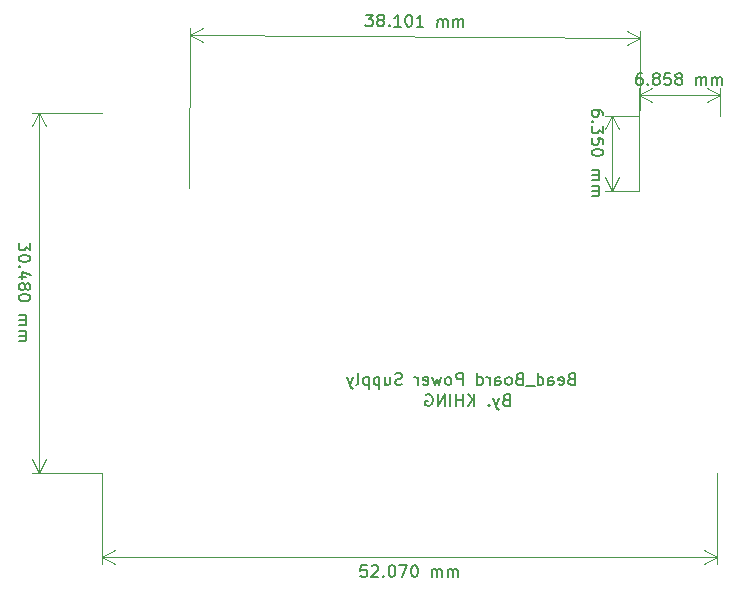
<source format=gbo>
%TF.GenerationSoftware,KiCad,Pcbnew,(5.1.8)-1*%
%TF.CreationDate,2021-01-27T01:42:37+07:00*%
%TF.ProjectId,BD_power_supply,42445f70-6f77-4657-925f-737570706c79,1.0*%
%TF.SameCoordinates,Original*%
%TF.FileFunction,Legend,Bot*%
%TF.FilePolarity,Positive*%
%FSLAX46Y46*%
G04 Gerber Fmt 4.6, Leading zero omitted, Abs format (unit mm)*
G04 Created by KiCad (PCBNEW (5.1.8)-1) date 2021-01-27 01:42:37*
%MOMM*%
%LPD*%
G01*
G04 APERTURE LIST*
%ADD10C,0.150000*%
%ADD11C,0.120000*%
G04 APERTURE END LIST*
D10*
X138239952Y-120102379D02*
X137763761Y-120102379D01*
X137716142Y-120578570D01*
X137763761Y-120530951D01*
X137859000Y-120483332D01*
X138097095Y-120483332D01*
X138192333Y-120530951D01*
X138239952Y-120578570D01*
X138287571Y-120673808D01*
X138287571Y-120911903D01*
X138239952Y-121007141D01*
X138192333Y-121054760D01*
X138097095Y-121102379D01*
X137859000Y-121102379D01*
X137763761Y-121054760D01*
X137716142Y-121007141D01*
X138668523Y-120197618D02*
X138716142Y-120149999D01*
X138811380Y-120102379D01*
X139049476Y-120102379D01*
X139144714Y-120149999D01*
X139192333Y-120197618D01*
X139239952Y-120292856D01*
X139239952Y-120388094D01*
X139192333Y-120530951D01*
X138620904Y-121102379D01*
X139239952Y-121102379D01*
X139668523Y-121007141D02*
X139716142Y-121054760D01*
X139668523Y-121102379D01*
X139620904Y-121054760D01*
X139668523Y-121007141D01*
X139668523Y-121102379D01*
X140335190Y-120102379D02*
X140430428Y-120102379D01*
X140525666Y-120149999D01*
X140573285Y-120197618D01*
X140620904Y-120292856D01*
X140668523Y-120483332D01*
X140668523Y-120721427D01*
X140620904Y-120911903D01*
X140573285Y-121007141D01*
X140525666Y-121054760D01*
X140430428Y-121102379D01*
X140335190Y-121102379D01*
X140239952Y-121054760D01*
X140192333Y-121007141D01*
X140144714Y-120911903D01*
X140097095Y-120721427D01*
X140097095Y-120483332D01*
X140144714Y-120292856D01*
X140192333Y-120197618D01*
X140239952Y-120149999D01*
X140335190Y-120102379D01*
X141001857Y-120102379D02*
X141668523Y-120102379D01*
X141239952Y-121102379D01*
X142239952Y-120102379D02*
X142335190Y-120102379D01*
X142430428Y-120149999D01*
X142478047Y-120197618D01*
X142525666Y-120292856D01*
X142573285Y-120483332D01*
X142573285Y-120721427D01*
X142525666Y-120911903D01*
X142478047Y-121007141D01*
X142430428Y-121054760D01*
X142335190Y-121102379D01*
X142239952Y-121102379D01*
X142144714Y-121054760D01*
X142097095Y-121007141D01*
X142049476Y-120911903D01*
X142001857Y-120721427D01*
X142001857Y-120483332D01*
X142049476Y-120292856D01*
X142097095Y-120197618D01*
X142144714Y-120149999D01*
X142239952Y-120102379D01*
X143763761Y-121102379D02*
X143763761Y-120435713D01*
X143763761Y-120530951D02*
X143811380Y-120483332D01*
X143906619Y-120435713D01*
X144049476Y-120435713D01*
X144144714Y-120483332D01*
X144192333Y-120578570D01*
X144192333Y-121102379D01*
X144192333Y-120578570D02*
X144239952Y-120483332D01*
X144335190Y-120435713D01*
X144478047Y-120435713D01*
X144573285Y-120483332D01*
X144620904Y-120578570D01*
X144620904Y-121102379D01*
X145097095Y-121102379D02*
X145097095Y-120435713D01*
X145097095Y-120530951D02*
X145144714Y-120483332D01*
X145239952Y-120435713D01*
X145382809Y-120435713D01*
X145478047Y-120483332D01*
X145525666Y-120578570D01*
X145525666Y-121102379D01*
X145525666Y-120578570D02*
X145573285Y-120483332D01*
X145668523Y-120435713D01*
X145811380Y-120435713D01*
X145906619Y-120483332D01*
X145954238Y-120578570D01*
X145954238Y-121102379D01*
D11*
X115824000Y-119379999D02*
X167894000Y-119379999D01*
X115824000Y-112268000D02*
X115824000Y-119966420D01*
X167894000Y-112268000D02*
X167894000Y-119966420D01*
X167894000Y-119379999D02*
X166767496Y-119966420D01*
X167894000Y-119379999D02*
X166767496Y-118793578D01*
X115824000Y-119379999D02*
X116950504Y-119966420D01*
X115824000Y-119379999D02*
X116950504Y-118793578D01*
D10*
X109767620Y-92837523D02*
X109767620Y-93456571D01*
X109386667Y-93123238D01*
X109386667Y-93266095D01*
X109339048Y-93361333D01*
X109291429Y-93408952D01*
X109196191Y-93456571D01*
X108958096Y-93456571D01*
X108862858Y-93408952D01*
X108815239Y-93361333D01*
X108767620Y-93266095D01*
X108767620Y-92980380D01*
X108815239Y-92885142D01*
X108862858Y-92837523D01*
X109767620Y-94075619D02*
X109767620Y-94170857D01*
X109720001Y-94266095D01*
X109672381Y-94313714D01*
X109577143Y-94361333D01*
X109386667Y-94408952D01*
X109148572Y-94408952D01*
X108958096Y-94361333D01*
X108862858Y-94313714D01*
X108815239Y-94266095D01*
X108767620Y-94170857D01*
X108767620Y-94075619D01*
X108815239Y-93980380D01*
X108862858Y-93932761D01*
X108958096Y-93885142D01*
X109148572Y-93837523D01*
X109386667Y-93837523D01*
X109577143Y-93885142D01*
X109672381Y-93932761D01*
X109720001Y-93980380D01*
X109767620Y-94075619D01*
X108862858Y-94837523D02*
X108815239Y-94885142D01*
X108767620Y-94837523D01*
X108815239Y-94789904D01*
X108862858Y-94837523D01*
X108767620Y-94837523D01*
X109434286Y-95742285D02*
X108767620Y-95742285D01*
X109815239Y-95504190D02*
X109100953Y-95266095D01*
X109100953Y-95885142D01*
X109339048Y-96408952D02*
X109386667Y-96313714D01*
X109434286Y-96266095D01*
X109529524Y-96218476D01*
X109577143Y-96218476D01*
X109672381Y-96266095D01*
X109720001Y-96313714D01*
X109767620Y-96408952D01*
X109767620Y-96599428D01*
X109720001Y-96694666D01*
X109672381Y-96742285D01*
X109577143Y-96789904D01*
X109529524Y-96789904D01*
X109434286Y-96742285D01*
X109386667Y-96694666D01*
X109339048Y-96599428D01*
X109339048Y-96408952D01*
X109291429Y-96313714D01*
X109243810Y-96266095D01*
X109148572Y-96218476D01*
X108958096Y-96218476D01*
X108862858Y-96266095D01*
X108815239Y-96313714D01*
X108767620Y-96408952D01*
X108767620Y-96599428D01*
X108815239Y-96694666D01*
X108862858Y-96742285D01*
X108958096Y-96789904D01*
X109148572Y-96789904D01*
X109243810Y-96742285D01*
X109291429Y-96694666D01*
X109339048Y-96599428D01*
X109767620Y-97408952D02*
X109767620Y-97504190D01*
X109720001Y-97599428D01*
X109672381Y-97647047D01*
X109577143Y-97694666D01*
X109386667Y-97742285D01*
X109148572Y-97742285D01*
X108958096Y-97694666D01*
X108862858Y-97647047D01*
X108815239Y-97599428D01*
X108767620Y-97504190D01*
X108767620Y-97408952D01*
X108815239Y-97313714D01*
X108862858Y-97266095D01*
X108958096Y-97218476D01*
X109148572Y-97170857D01*
X109386667Y-97170857D01*
X109577143Y-97218476D01*
X109672381Y-97266095D01*
X109720001Y-97313714D01*
X109767620Y-97408952D01*
X108767620Y-98932761D02*
X109434286Y-98932761D01*
X109339048Y-98932761D02*
X109386667Y-98980380D01*
X109434286Y-99075619D01*
X109434286Y-99218476D01*
X109386667Y-99313714D01*
X109291429Y-99361333D01*
X108767620Y-99361333D01*
X109291429Y-99361333D02*
X109386667Y-99408952D01*
X109434286Y-99504190D01*
X109434286Y-99647047D01*
X109386667Y-99742285D01*
X109291429Y-99789904D01*
X108767620Y-99789904D01*
X108767620Y-100266095D02*
X109434286Y-100266095D01*
X109339048Y-100266095D02*
X109386667Y-100313714D01*
X109434286Y-100408952D01*
X109434286Y-100551809D01*
X109386667Y-100647047D01*
X109291429Y-100694666D01*
X108767620Y-100694666D01*
X109291429Y-100694666D02*
X109386667Y-100742285D01*
X109434286Y-100837523D01*
X109434286Y-100980380D01*
X109386667Y-101075619D01*
X109291429Y-101123238D01*
X108767620Y-101123238D01*
D11*
X110490001Y-81788000D02*
X110490001Y-112268000D01*
X115824000Y-81788000D02*
X109903580Y-81788000D01*
X115824000Y-112268000D02*
X109903580Y-112268000D01*
X110490001Y-112268000D02*
X109903580Y-111141496D01*
X110490001Y-112268000D02*
X111076422Y-111141496D01*
X110490001Y-81788000D02*
X109903580Y-82914504D01*
X110490001Y-81788000D02*
X111076422Y-82914504D01*
D10*
X138148180Y-73478290D02*
X138767213Y-73482612D01*
X138431228Y-73861228D01*
X138574082Y-73862225D01*
X138668985Y-73910508D01*
X138716271Y-73958458D01*
X138763224Y-74054026D01*
X138761562Y-74292116D01*
X138713279Y-74387019D01*
X138665328Y-74434305D01*
X138569760Y-74481258D01*
X138284053Y-74479263D01*
X138189150Y-74430980D01*
X138141864Y-74383030D01*
X139335636Y-73915162D02*
X139240732Y-73866879D01*
X139193447Y-73818929D01*
X139146494Y-73723361D01*
X139146826Y-73675743D01*
X139195109Y-73580839D01*
X139243059Y-73533554D01*
X139338628Y-73486601D01*
X139529099Y-73487931D01*
X139624003Y-73536214D01*
X139671288Y-73584164D01*
X139718241Y-73679732D01*
X139717909Y-73727350D01*
X139669626Y-73822253D01*
X139621675Y-73869539D01*
X139526107Y-73916492D01*
X139335636Y-73915162D01*
X139240067Y-73962115D01*
X139192117Y-74009400D01*
X139143834Y-74104304D01*
X139142505Y-74294775D01*
X139189458Y-74390344D01*
X139236743Y-74438294D01*
X139331646Y-74486577D01*
X139522118Y-74487906D01*
X139617686Y-74440953D01*
X139665637Y-74393668D01*
X139713919Y-74298765D01*
X139715249Y-74108293D01*
X139668296Y-74012725D01*
X139621011Y-73964775D01*
X139526107Y-73916492D01*
X140141815Y-74396992D02*
X140189101Y-74444943D01*
X140141151Y-74492228D01*
X140093865Y-74444278D01*
X140141815Y-74396992D01*
X140141151Y-74492228D01*
X141141126Y-74499209D02*
X140569711Y-74495220D01*
X140855419Y-74497215D02*
X140862400Y-73497239D01*
X140766167Y-73639428D01*
X140670266Y-73733999D01*
X140574698Y-73780952D01*
X141767140Y-73503556D02*
X141862376Y-73504220D01*
X141957279Y-73552503D01*
X142004564Y-73600453D01*
X142051517Y-73696022D01*
X142097806Y-73886826D01*
X142096143Y-74124915D01*
X142047196Y-74315054D01*
X141998913Y-74409958D01*
X141950963Y-74457243D01*
X141855394Y-74504196D01*
X141760159Y-74503531D01*
X141665255Y-74455248D01*
X141617970Y-74407298D01*
X141571017Y-74311730D01*
X141524729Y-74120926D01*
X141526391Y-73882836D01*
X141575339Y-73692697D01*
X141623621Y-73597794D01*
X141671572Y-73550509D01*
X141767140Y-73503556D01*
X143045842Y-74512507D02*
X142474427Y-74508518D01*
X142760134Y-74510512D02*
X142767116Y-73510537D01*
X142670882Y-73652726D01*
X142574982Y-73747296D01*
X142479414Y-73794249D01*
X144236289Y-74520818D02*
X144240943Y-73854168D01*
X144240278Y-73949403D02*
X144288228Y-73902118D01*
X144383797Y-73855165D01*
X144526650Y-73856162D01*
X144621554Y-73904445D01*
X144668507Y-74000013D01*
X144664850Y-74523810D01*
X144668507Y-74000013D02*
X144716789Y-73905110D01*
X144812358Y-73858157D01*
X144955211Y-73859154D01*
X145050115Y-73907437D01*
X145097068Y-74003005D01*
X145093411Y-74526802D01*
X145569590Y-74530126D02*
X145574244Y-73863476D01*
X145573579Y-73958712D02*
X145621529Y-73911426D01*
X145717097Y-73864473D01*
X145859951Y-73865471D01*
X145954854Y-73913753D01*
X146001807Y-74009322D01*
X145998151Y-74533118D01*
X146001807Y-74009322D02*
X146050090Y-73914418D01*
X146145658Y-73867465D01*
X146288512Y-73868463D01*
X146383415Y-73916745D01*
X146430368Y-74012314D01*
X146426712Y-74536110D01*
D11*
X123276266Y-75198123D02*
X161376266Y-75452123D01*
X123190000Y-88138000D02*
X123280175Y-74611715D01*
X161290000Y-88392000D02*
X161380175Y-74865715D01*
X161376266Y-75452123D02*
X160245878Y-76031021D01*
X161376266Y-75452123D02*
X160253697Y-74858205D01*
X123276266Y-75198123D02*
X124398835Y-75792041D01*
X123276266Y-75198123D02*
X124406654Y-74619225D01*
D10*
X158281620Y-82026523D02*
X158281620Y-81836047D01*
X158234001Y-81740809D01*
X158186381Y-81693190D01*
X158043524Y-81597952D01*
X157853048Y-81550333D01*
X157472096Y-81550333D01*
X157376858Y-81597952D01*
X157329239Y-81645571D01*
X157281620Y-81740809D01*
X157281620Y-81931285D01*
X157329239Y-82026523D01*
X157376858Y-82074142D01*
X157472096Y-82121761D01*
X157710191Y-82121761D01*
X157805429Y-82074142D01*
X157853048Y-82026523D01*
X157900667Y-81931285D01*
X157900667Y-81740809D01*
X157853048Y-81645571D01*
X157805429Y-81597952D01*
X157710191Y-81550333D01*
X157376858Y-82550333D02*
X157329239Y-82597952D01*
X157281620Y-82550333D01*
X157329239Y-82502714D01*
X157376858Y-82550333D01*
X157281620Y-82550333D01*
X158281620Y-82931285D02*
X158281620Y-83550333D01*
X157900667Y-83217000D01*
X157900667Y-83359857D01*
X157853048Y-83455095D01*
X157805429Y-83502714D01*
X157710191Y-83550333D01*
X157472096Y-83550333D01*
X157376858Y-83502714D01*
X157329239Y-83455095D01*
X157281620Y-83359857D01*
X157281620Y-83074142D01*
X157329239Y-82978904D01*
X157376858Y-82931285D01*
X158281620Y-84455095D02*
X158281620Y-83978904D01*
X157805429Y-83931285D01*
X157853048Y-83978904D01*
X157900667Y-84074142D01*
X157900667Y-84312238D01*
X157853048Y-84407476D01*
X157805429Y-84455095D01*
X157710191Y-84502714D01*
X157472096Y-84502714D01*
X157376858Y-84455095D01*
X157329239Y-84407476D01*
X157281620Y-84312238D01*
X157281620Y-84074142D01*
X157329239Y-83978904D01*
X157376858Y-83931285D01*
X158281620Y-85121761D02*
X158281620Y-85217000D01*
X158234001Y-85312238D01*
X158186381Y-85359857D01*
X158091143Y-85407476D01*
X157900667Y-85455095D01*
X157662572Y-85455095D01*
X157472096Y-85407476D01*
X157376858Y-85359857D01*
X157329239Y-85312238D01*
X157281620Y-85217000D01*
X157281620Y-85121761D01*
X157329239Y-85026523D01*
X157376858Y-84978904D01*
X157472096Y-84931285D01*
X157662572Y-84883666D01*
X157900667Y-84883666D01*
X158091143Y-84931285D01*
X158186381Y-84978904D01*
X158234001Y-85026523D01*
X158281620Y-85121761D01*
X157281620Y-86645571D02*
X157948286Y-86645571D01*
X157853048Y-86645571D02*
X157900667Y-86693190D01*
X157948286Y-86788428D01*
X157948286Y-86931285D01*
X157900667Y-87026523D01*
X157805429Y-87074142D01*
X157281620Y-87074142D01*
X157805429Y-87074142D02*
X157900667Y-87121761D01*
X157948286Y-87217000D01*
X157948286Y-87359857D01*
X157900667Y-87455095D01*
X157805429Y-87502714D01*
X157281620Y-87502714D01*
X157281620Y-87978904D02*
X157948286Y-87978904D01*
X157853048Y-87978904D02*
X157900667Y-88026523D01*
X157948286Y-88121761D01*
X157948286Y-88264619D01*
X157900667Y-88359857D01*
X157805429Y-88407476D01*
X157281620Y-88407476D01*
X157805429Y-88407476D02*
X157900667Y-88455095D01*
X157948286Y-88550333D01*
X157948286Y-88693190D01*
X157900667Y-88788428D01*
X157805429Y-88836047D01*
X157281620Y-88836047D01*
D11*
X159004001Y-82042000D02*
X159004001Y-88392000D01*
X161290000Y-82042000D02*
X158417580Y-82042000D01*
X161290000Y-88392000D02*
X158417580Y-88392000D01*
X159004001Y-88392000D02*
X158417580Y-87265496D01*
X159004001Y-88392000D02*
X159590422Y-87265496D01*
X159004001Y-82042000D02*
X158417580Y-83168504D01*
X159004001Y-82042000D02*
X159590422Y-83168504D01*
D10*
X161528523Y-78446381D02*
X161338047Y-78446381D01*
X161242809Y-78494001D01*
X161195190Y-78541620D01*
X161099952Y-78684477D01*
X161052333Y-78874953D01*
X161052333Y-79255905D01*
X161099952Y-79351143D01*
X161147571Y-79398762D01*
X161242809Y-79446381D01*
X161433285Y-79446381D01*
X161528523Y-79398762D01*
X161576142Y-79351143D01*
X161623761Y-79255905D01*
X161623761Y-79017810D01*
X161576142Y-78922572D01*
X161528523Y-78874953D01*
X161433285Y-78827334D01*
X161242809Y-78827334D01*
X161147571Y-78874953D01*
X161099952Y-78922572D01*
X161052333Y-79017810D01*
X162052333Y-79351143D02*
X162099952Y-79398762D01*
X162052333Y-79446381D01*
X162004714Y-79398762D01*
X162052333Y-79351143D01*
X162052333Y-79446381D01*
X162671380Y-78874953D02*
X162576142Y-78827334D01*
X162528523Y-78779715D01*
X162480904Y-78684477D01*
X162480904Y-78636858D01*
X162528523Y-78541620D01*
X162576142Y-78494001D01*
X162671380Y-78446381D01*
X162861857Y-78446381D01*
X162957095Y-78494001D01*
X163004714Y-78541620D01*
X163052333Y-78636858D01*
X163052333Y-78684477D01*
X163004714Y-78779715D01*
X162957095Y-78827334D01*
X162861857Y-78874953D01*
X162671380Y-78874953D01*
X162576142Y-78922572D01*
X162528523Y-78970191D01*
X162480904Y-79065429D01*
X162480904Y-79255905D01*
X162528523Y-79351143D01*
X162576142Y-79398762D01*
X162671380Y-79446381D01*
X162861857Y-79446381D01*
X162957095Y-79398762D01*
X163004714Y-79351143D01*
X163052333Y-79255905D01*
X163052333Y-79065429D01*
X163004714Y-78970191D01*
X162957095Y-78922572D01*
X162861857Y-78874953D01*
X163957095Y-78446381D02*
X163480904Y-78446381D01*
X163433285Y-78922572D01*
X163480904Y-78874953D01*
X163576142Y-78827334D01*
X163814238Y-78827334D01*
X163909476Y-78874953D01*
X163957095Y-78922572D01*
X164004714Y-79017810D01*
X164004714Y-79255905D01*
X163957095Y-79351143D01*
X163909476Y-79398762D01*
X163814238Y-79446381D01*
X163576142Y-79446381D01*
X163480904Y-79398762D01*
X163433285Y-79351143D01*
X164576142Y-78874953D02*
X164480904Y-78827334D01*
X164433285Y-78779715D01*
X164385666Y-78684477D01*
X164385666Y-78636858D01*
X164433285Y-78541620D01*
X164480904Y-78494001D01*
X164576142Y-78446381D01*
X164766619Y-78446381D01*
X164861857Y-78494001D01*
X164909476Y-78541620D01*
X164957095Y-78636858D01*
X164957095Y-78684477D01*
X164909476Y-78779715D01*
X164861857Y-78827334D01*
X164766619Y-78874953D01*
X164576142Y-78874953D01*
X164480904Y-78922572D01*
X164433285Y-78970191D01*
X164385666Y-79065429D01*
X164385666Y-79255905D01*
X164433285Y-79351143D01*
X164480904Y-79398762D01*
X164576142Y-79446381D01*
X164766619Y-79446381D01*
X164861857Y-79398762D01*
X164909476Y-79351143D01*
X164957095Y-79255905D01*
X164957095Y-79065429D01*
X164909476Y-78970191D01*
X164861857Y-78922572D01*
X164766619Y-78874953D01*
X166147571Y-79446381D02*
X166147571Y-78779715D01*
X166147571Y-78874953D02*
X166195190Y-78827334D01*
X166290428Y-78779715D01*
X166433285Y-78779715D01*
X166528523Y-78827334D01*
X166576142Y-78922572D01*
X166576142Y-79446381D01*
X166576142Y-78922572D02*
X166623761Y-78827334D01*
X166719000Y-78779715D01*
X166861857Y-78779715D01*
X166957095Y-78827334D01*
X167004714Y-78922572D01*
X167004714Y-79446381D01*
X167480904Y-79446381D02*
X167480904Y-78779715D01*
X167480904Y-78874953D02*
X167528523Y-78827334D01*
X167623761Y-78779715D01*
X167766619Y-78779715D01*
X167861857Y-78827334D01*
X167909476Y-78922572D01*
X167909476Y-79446381D01*
X167909476Y-78922572D02*
X167957095Y-78827334D01*
X168052333Y-78779715D01*
X168195190Y-78779715D01*
X168290428Y-78827334D01*
X168338047Y-78922572D01*
X168338047Y-79446381D01*
D11*
X168148000Y-80264001D02*
X161290000Y-80264001D01*
X168148000Y-82042000D02*
X168148000Y-79677580D01*
X161290000Y-82042000D02*
X161290000Y-79677580D01*
X161290000Y-80264001D02*
X162416504Y-79677580D01*
X161290000Y-80264001D02*
X162416504Y-80850422D01*
X168148000Y-80264001D02*
X167021496Y-79677580D01*
X168148000Y-80264001D02*
X167021496Y-80850422D01*
D10*
X150026285Y-106100571D02*
X149883428Y-106148190D01*
X149835809Y-106195809D01*
X149788190Y-106291047D01*
X149788190Y-106433904D01*
X149835809Y-106529142D01*
X149883428Y-106576761D01*
X149978666Y-106624380D01*
X150359619Y-106624380D01*
X150359619Y-105624380D01*
X150026285Y-105624380D01*
X149931047Y-105672000D01*
X149883428Y-105719619D01*
X149835809Y-105814857D01*
X149835809Y-105910095D01*
X149883428Y-106005333D01*
X149931047Y-106052952D01*
X150026285Y-106100571D01*
X150359619Y-106100571D01*
X149454857Y-105957714D02*
X149216761Y-106624380D01*
X148978666Y-105957714D02*
X149216761Y-106624380D01*
X149312000Y-106862476D01*
X149359619Y-106910095D01*
X149454857Y-106957714D01*
X148597714Y-106529142D02*
X148550095Y-106576761D01*
X148597714Y-106624380D01*
X148645333Y-106576761D01*
X148597714Y-106529142D01*
X148597714Y-106624380D01*
X147359619Y-106624380D02*
X147359619Y-105624380D01*
X146788190Y-106624380D02*
X147216761Y-106052952D01*
X146788190Y-105624380D02*
X147359619Y-106195809D01*
X146359619Y-106624380D02*
X146359619Y-105624380D01*
X146359619Y-106100571D02*
X145788190Y-106100571D01*
X145788190Y-106624380D02*
X145788190Y-105624380D01*
X145312000Y-106624380D02*
X145312000Y-105624380D01*
X144835809Y-106624380D02*
X144835809Y-105624380D01*
X144264380Y-106624380D01*
X144264380Y-105624380D01*
X143264380Y-105672000D02*
X143359619Y-105624380D01*
X143502476Y-105624380D01*
X143645333Y-105672000D01*
X143740571Y-105767238D01*
X143788190Y-105862476D01*
X143835809Y-106052952D01*
X143835809Y-106195809D01*
X143788190Y-106386285D01*
X143740571Y-106481523D01*
X143645333Y-106576761D01*
X143502476Y-106624380D01*
X143407238Y-106624380D01*
X143264380Y-106576761D01*
X143216761Y-106529142D01*
X143216761Y-106195809D01*
X143407238Y-106195809D01*
X155565904Y-104322571D02*
X155423047Y-104370190D01*
X155375428Y-104417809D01*
X155327809Y-104513047D01*
X155327809Y-104655904D01*
X155375428Y-104751142D01*
X155423047Y-104798761D01*
X155518285Y-104846380D01*
X155899238Y-104846380D01*
X155899238Y-103846380D01*
X155565904Y-103846380D01*
X155470666Y-103894000D01*
X155423047Y-103941619D01*
X155375428Y-104036857D01*
X155375428Y-104132095D01*
X155423047Y-104227333D01*
X155470666Y-104274952D01*
X155565904Y-104322571D01*
X155899238Y-104322571D01*
X154518285Y-104798761D02*
X154613523Y-104846380D01*
X154804000Y-104846380D01*
X154899238Y-104798761D01*
X154946857Y-104703523D01*
X154946857Y-104322571D01*
X154899238Y-104227333D01*
X154804000Y-104179714D01*
X154613523Y-104179714D01*
X154518285Y-104227333D01*
X154470666Y-104322571D01*
X154470666Y-104417809D01*
X154946857Y-104513047D01*
X153613523Y-104846380D02*
X153613523Y-104322571D01*
X153661142Y-104227333D01*
X153756380Y-104179714D01*
X153946857Y-104179714D01*
X154042095Y-104227333D01*
X153613523Y-104798761D02*
X153708761Y-104846380D01*
X153946857Y-104846380D01*
X154042095Y-104798761D01*
X154089714Y-104703523D01*
X154089714Y-104608285D01*
X154042095Y-104513047D01*
X153946857Y-104465428D01*
X153708761Y-104465428D01*
X153613523Y-104417809D01*
X152708761Y-104846380D02*
X152708761Y-103846380D01*
X152708761Y-104798761D02*
X152804000Y-104846380D01*
X152994476Y-104846380D01*
X153089714Y-104798761D01*
X153137333Y-104751142D01*
X153184952Y-104655904D01*
X153184952Y-104370190D01*
X153137333Y-104274952D01*
X153089714Y-104227333D01*
X152994476Y-104179714D01*
X152804000Y-104179714D01*
X152708761Y-104227333D01*
X152470666Y-104941619D02*
X151708761Y-104941619D01*
X151137333Y-104322571D02*
X150994476Y-104370190D01*
X150946857Y-104417809D01*
X150899238Y-104513047D01*
X150899238Y-104655904D01*
X150946857Y-104751142D01*
X150994476Y-104798761D01*
X151089714Y-104846380D01*
X151470666Y-104846380D01*
X151470666Y-103846380D01*
X151137333Y-103846380D01*
X151042095Y-103894000D01*
X150994476Y-103941619D01*
X150946857Y-104036857D01*
X150946857Y-104132095D01*
X150994476Y-104227333D01*
X151042095Y-104274952D01*
X151137333Y-104322571D01*
X151470666Y-104322571D01*
X150327809Y-104846380D02*
X150423047Y-104798761D01*
X150470666Y-104751142D01*
X150518285Y-104655904D01*
X150518285Y-104370190D01*
X150470666Y-104274952D01*
X150423047Y-104227333D01*
X150327809Y-104179714D01*
X150184952Y-104179714D01*
X150089714Y-104227333D01*
X150042095Y-104274952D01*
X149994476Y-104370190D01*
X149994476Y-104655904D01*
X150042095Y-104751142D01*
X150089714Y-104798761D01*
X150184952Y-104846380D01*
X150327809Y-104846380D01*
X149137333Y-104846380D02*
X149137333Y-104322571D01*
X149184952Y-104227333D01*
X149280190Y-104179714D01*
X149470666Y-104179714D01*
X149565904Y-104227333D01*
X149137333Y-104798761D02*
X149232571Y-104846380D01*
X149470666Y-104846380D01*
X149565904Y-104798761D01*
X149613523Y-104703523D01*
X149613523Y-104608285D01*
X149565904Y-104513047D01*
X149470666Y-104465428D01*
X149232571Y-104465428D01*
X149137333Y-104417809D01*
X148661142Y-104846380D02*
X148661142Y-104179714D01*
X148661142Y-104370190D02*
X148613523Y-104274952D01*
X148565904Y-104227333D01*
X148470666Y-104179714D01*
X148375428Y-104179714D01*
X147613523Y-104846380D02*
X147613523Y-103846380D01*
X147613523Y-104798761D02*
X147708761Y-104846380D01*
X147899238Y-104846380D01*
X147994476Y-104798761D01*
X148042095Y-104751142D01*
X148089714Y-104655904D01*
X148089714Y-104370190D01*
X148042095Y-104274952D01*
X147994476Y-104227333D01*
X147899238Y-104179714D01*
X147708761Y-104179714D01*
X147613523Y-104227333D01*
X146375428Y-104846380D02*
X146375428Y-103846380D01*
X145994476Y-103846380D01*
X145899238Y-103894000D01*
X145851619Y-103941619D01*
X145804000Y-104036857D01*
X145804000Y-104179714D01*
X145851619Y-104274952D01*
X145899238Y-104322571D01*
X145994476Y-104370190D01*
X146375428Y-104370190D01*
X145232571Y-104846380D02*
X145327809Y-104798761D01*
X145375428Y-104751142D01*
X145423047Y-104655904D01*
X145423047Y-104370190D01*
X145375428Y-104274952D01*
X145327809Y-104227333D01*
X145232571Y-104179714D01*
X145089714Y-104179714D01*
X144994476Y-104227333D01*
X144946857Y-104274952D01*
X144899238Y-104370190D01*
X144899238Y-104655904D01*
X144946857Y-104751142D01*
X144994476Y-104798761D01*
X145089714Y-104846380D01*
X145232571Y-104846380D01*
X144565904Y-104179714D02*
X144375428Y-104846380D01*
X144184952Y-104370190D01*
X143994476Y-104846380D01*
X143804000Y-104179714D01*
X143042095Y-104798761D02*
X143137333Y-104846380D01*
X143327809Y-104846380D01*
X143423047Y-104798761D01*
X143470666Y-104703523D01*
X143470666Y-104322571D01*
X143423047Y-104227333D01*
X143327809Y-104179714D01*
X143137333Y-104179714D01*
X143042095Y-104227333D01*
X142994476Y-104322571D01*
X142994476Y-104417809D01*
X143470666Y-104513047D01*
X142565904Y-104846380D02*
X142565904Y-104179714D01*
X142565904Y-104370190D02*
X142518285Y-104274952D01*
X142470666Y-104227333D01*
X142375428Y-104179714D01*
X142280190Y-104179714D01*
X141232571Y-104798761D02*
X141089714Y-104846380D01*
X140851619Y-104846380D01*
X140756380Y-104798761D01*
X140708761Y-104751142D01*
X140661142Y-104655904D01*
X140661142Y-104560666D01*
X140708761Y-104465428D01*
X140756380Y-104417809D01*
X140851619Y-104370190D01*
X141042095Y-104322571D01*
X141137333Y-104274952D01*
X141184952Y-104227333D01*
X141232571Y-104132095D01*
X141232571Y-104036857D01*
X141184952Y-103941619D01*
X141137333Y-103894000D01*
X141042095Y-103846380D01*
X140804000Y-103846380D01*
X140661142Y-103894000D01*
X139804000Y-104179714D02*
X139804000Y-104846380D01*
X140232571Y-104179714D02*
X140232571Y-104703523D01*
X140184952Y-104798761D01*
X140089714Y-104846380D01*
X139946857Y-104846380D01*
X139851619Y-104798761D01*
X139804000Y-104751142D01*
X139327809Y-104179714D02*
X139327809Y-105179714D01*
X139327809Y-104227333D02*
X139232571Y-104179714D01*
X139042095Y-104179714D01*
X138946857Y-104227333D01*
X138899238Y-104274952D01*
X138851619Y-104370190D01*
X138851619Y-104655904D01*
X138899238Y-104751142D01*
X138946857Y-104798761D01*
X139042095Y-104846380D01*
X139232571Y-104846380D01*
X139327809Y-104798761D01*
X138423047Y-104179714D02*
X138423047Y-105179714D01*
X138423047Y-104227333D02*
X138327809Y-104179714D01*
X138137333Y-104179714D01*
X138042095Y-104227333D01*
X137994476Y-104274952D01*
X137946857Y-104370190D01*
X137946857Y-104655904D01*
X137994476Y-104751142D01*
X138042095Y-104798761D01*
X138137333Y-104846380D01*
X138327809Y-104846380D01*
X138423047Y-104798761D01*
X137375428Y-104846380D02*
X137470666Y-104798761D01*
X137518285Y-104703523D01*
X137518285Y-103846380D01*
X137089714Y-104179714D02*
X136851619Y-104846380D01*
X136613523Y-104179714D02*
X136851619Y-104846380D01*
X136946857Y-105084476D01*
X136994476Y-105132095D01*
X137089714Y-105179714D01*
M02*

</source>
